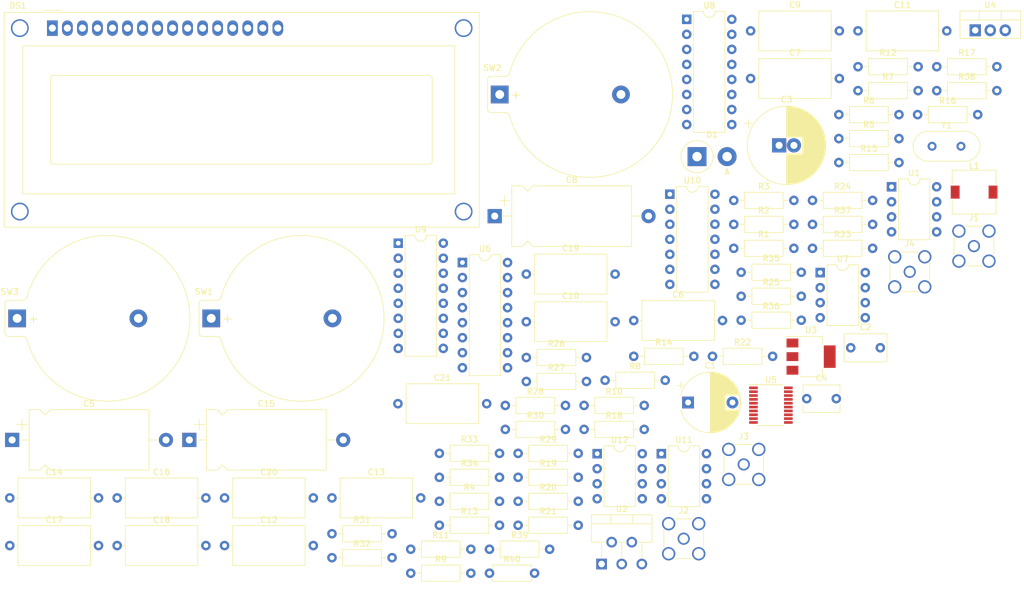
<source format=kicad_pcb>
(kicad_pcb (version 20171130) (host pcbnew 5.1.4-5.1.4)
  (layers (0 F.Cu signal) (31 B.Cu signal) (34 B.Paste user) (35 F.Paste user) (36 B.SilkS user) (37 F.SilkS user) (38 B.Mask user) (39 F.Mask user) (44 Edge.Cuts user))
  (net 0 "")
  (net 1 +9V)
  (net 2 GND)
  (net 3 -5V)
  (net 4 +5V)
  (net 5 +3V3)
  (net 6 "Net-(C11-Pad1)")
  (net 7 "Net-(C12-Pad1)")
  (net 8 "Net-(C13-Pad1)")
  (net 9 "Net-(C14-Pad1)")
  (net 10 SPWM)
  (net 11 "Net-(C15-Pad2)")
  (net 12 ADC2)
  (net 13 "Net-(C17-Pad1)")
  (net 14 ADC1)
  (net 15 "Net-(C19-Pad1)")
  (net 16 "Net-(C20-Pad1)")
  (net 17 "Net-(C20-Pad2)")
  (net 18 "Net-(C21-Pad1)")
  (net 19 "Net-(D1-Pad1)")
  (net 20 "Net-(DS1-Pad3)")
  (net 21 "Net-(DS1-Pad4)")
  (net 22 "Net-(DS1-Pad6)")
  (net 23 "Net-(DS1-Pad7)")
  (net 24 "Net-(DS1-Pad8)")
  (net 25 "Net-(DS1-Pad9)")
  (net 26 "Net-(DS1-Pad10)")
  (net 27 "Net-(DS1-Pad11)")
  (net 28 "Net-(DS1-Pad12)")
  (net 29 "Net-(DS1-Pad13)")
  (net 30 "Net-(DS1-Pad14)")
  (net 31 "Net-(DS1-Pad16)")
  (net 32 "Net-(J1-Pad2)")
  (net 33 "Net-(J2-Pad2)")
  (net 34 "Net-(J3-Pad2)")
  (net 35 "Net-(J4-Pad2)")
  (net 36 "Net-(R1-Pad2)")
  (net 37 "Net-(R6-Pad1)")
  (net 38 "Net-(R7-Pad1)")
  (net 39 "Net-(R8-Pad1)")
  (net 40 "Net-(R9-Pad1)")
  (net 41 PA9)
  (net 42 PA6)
  (net 43 "Net-(R14-Pad1)")
  (net 44 PA5)
  (net 45 PA7)
  (net 46 PA3)
  (net 47 "Net-(R19-Pad1)")
  (net 48 "Net-(R19-Pad2)")
  (net 49 "Net-(R20-Pad2)")
  (net 50 "Net-(R20-Pad1)")
  (net 51 "Net-(R21-Pad1)")
  (net 52 "Net-(R21-Pad2)")
  (net 53 "Net-(R25-Pad1)")
  (net 54 "Net-(R26-Pad1)")
  (net 55 "Net-(R28-Pad2)")
  (net 56 "Net-(R32-Pad1)")
  (net 57 "Net-(R32-Pad2)")
  (net 58 "Net-(R33-Pad1)")
  (net 59 "Net-(R34-Pad1)")
  (net 60 "Net-(R34-Pad2)")
  (net 61 "Net-(SW1-Pad2)")
  (net 62 "Net-(SW2-Pad1)")
  (net 63 "Net-(SW3-Pad1)")
  (net 64 +3.3)
  (net 65 CLK)
  (net 66 DIO)
  (net 67 "Net-(U6-Pad13)")
  (net 68 "Net-(U11-Pad1)")
  (net 69 liang_cheng1)
  (net 70 liang_cheng)
  (net 71 "Net-(U10-Pad3)")
  (net 72 "Net-(U10-Pad5)")
  (net 73 "Net-(U10-Pad12)")
  (net 74 "Net-(U9-Pad9)")
  (module Capacitor_THT:CP_Radial_D10.0mm_P7.50mm (layer F.Cu) (at 505.599647 -646.652999)
    (fp_text reference C1 (at 3.75 -6.25) (layer F.SilkS))
    (fp_text value 100uF)
    (pad 1 thru_hole rect (at 0 0) (size 2 2) (drill 1) (layers *.Cu *.Mask) (net 1 +9V))
    (pad 2 thru_hole circle (at 7.5 0) (size 2 2) (drill 1) (layers *.Cu *.Mask) (net 2 GND))
  )
  (module Capacitor_THT:C_Rect_L7.0mm_W4.5mm_P5.00mm (layer F.Cu) (at 533.085001 -655.902999)
    (fp_text reference C2 (at 2.5 -3.5) (layer F.SilkS))
    (fp_text value 104)
    (pad 1 thru_hole circle (at 0 0) (size 1.6 1.6) (drill 0.8) (layers *.Cu *.Mask) (net 1 +9V))
    (pad 2 thru_hole circle (at 5 0) (size 1.6 1.6) (drill 0.8) (layers *.Cu *.Mask) (net 2 GND))
  )
  (module Capacitor_THT:CP_Radial_D13.0mm_P2.50mm (layer F.Cu) (at 520.98457 -690.102999)
    (fp_text reference C3 (at 1.25 -7.75) (layer F.SilkS))
    (fp_text value 1000uF)
    (pad 1 thru_hole rect (at 0 0) (size 2.4 2.4) (drill 1.2) (layers *.Cu *.Mask) (net 2 GND))
    (pad 2 thru_hole circle (at 2.5 0) (size 2.4 2.4) (drill 1.2) (layers *.Cu *.Mask) (net 3 -5V))
  )
  (module Capacitor_THT:C_Disc_D6.0mm_W4.4mm_P5.00mm (layer F.Cu) (at 525.645001 -647.302999)
    (fp_text reference C4 (at 2.5 -3.45) (layer F.SilkS))
    (fp_text value 104)
    (pad 1 thru_hole circle (at 0 0) (size 1.6 1.6) (drill 0.8) (layers *.Cu *.Mask) (net 2 GND))
    (pad 2 thru_hole circle (at 5 0) (size 1.6 1.6) (drill 0.8) (layers *.Cu *.Mask) (net 3 -5V))
  )
  (module Capacitor_THT:CP_Axial_L20.0mm_D10.0mm_P26.00mm_Horizontal (layer F.Cu) (at 391.365001 -640.322999)
    (fp_text reference C5 (at 13 -6.12) (layer F.SilkS))
    (fp_text value 100uF)
    (pad 1 thru_hole rect (at 0 0) (size 2.4 2.4) (drill 1.2) (layers *.Cu *.Mask) (net 1 +9V))
    (pad 2 thru_hole oval (at 26 0) (size 2.4 2.4) (drill 1.2) (layers *.Cu *.Mask) (net 2 GND))
  )
  (module Capacitor_THT:C_Axial_L12.0mm_D6.5mm_P15.00mm_Horizontal (layer F.Cu) (at 496.415001 -660.502999)
    (fp_text reference C6 (at 7.5 -4.37) (layer F.SilkS))
    (fp_text value 104)
    (pad 2 thru_hole oval (at 15 0) (size 1.6 1.6) (drill 0.8) (layers *.Cu *.Mask) (net 1 +9V))
    (pad 1 thru_hole circle (at 0 0) (size 1.6 1.6) (drill 0.8) (layers *.Cu *.Mask) (net 2 GND))
  )
  (module Capacitor_THT:C_Axial_L12.0mm_D6.5mm_P15.00mm_Horizontal (layer F.Cu) (at 516.165001 -701.402999)
    (fp_text reference C7 (at 7.5 -4.37) (layer F.SilkS))
    (fp_text value 104)
    (pad 2 thru_hole oval (at 15 0) (size 1.6 1.6) (drill 0.8) (layers *.Cu *.Mask) (net 2 GND))
    (pad 1 thru_hole circle (at 0 0) (size 1.6 1.6) (drill 0.8) (layers *.Cu *.Mask) (net 4 +5V))
  )
  (module Capacitor_THT:CP_Axial_L20.0mm_D10.0mm_P26.00mm_Horizontal (layer F.Cu) (at 472.915001 -678.152999)
    (fp_text reference C8 (at 13 -6.12) (layer F.SilkS))
    (fp_text value 100uF)
    (pad 2 thru_hole oval (at 26 0) (size 2.4 2.4) (drill 1.2) (layers *.Cu *.Mask) (net 2 GND))
    (pad 1 thru_hole rect (at 0 0) (size 2.4 2.4) (drill 1.2) (layers *.Cu *.Mask) (net 4 +5V))
  )
  (module Capacitor_THT:C_Axial_L12.0mm_D6.5mm_P15.00mm_Horizontal (layer F.Cu) (at 516.165001 -709.452999)
    (fp_text reference C9 (at 7.5 -4.37) (layer F.SilkS))
    (fp_text value 104)
    (pad 1 thru_hole circle (at 0 0) (size 1.6 1.6) (drill 0.8) (layers *.Cu *.Mask) (net 5 +3V3))
    (pad 2 thru_hole oval (at 15 0) (size 1.6 1.6) (drill 0.8) (layers *.Cu *.Mask) (net 2 GND))
  )
  (module Capacitor_THT:C_Axial_L12.0mm_D6.5mm_P15.00mm_Horizontal (layer F.Cu) (at 478.265001 -660.302999)
    (fp_text reference C10 (at 7.5 -4.37) (layer F.SilkS))
    (fp_text value 106)
    (pad 2 thru_hole oval (at 15 0) (size 1.6 1.6) (drill 0.8) (layers *.Cu *.Mask) (net 2 GND))
    (pad 1 thru_hole circle (at 0 0) (size 1.6 1.6) (drill 0.8) (layers *.Cu *.Mask) (net 5 +3V3))
  )
  (module Capacitor_THT:C_Axial_L12.0mm_D6.5mm_P15.00mm_Horizontal (layer F.Cu) (at 534.315001 -709.452999)
    (fp_text reference C11 (at 7.5 -4.37) (layer F.SilkS))
    (fp_text value 101)
    (pad 2 thru_hole oval (at 15 0) (size 1.6 1.6) (drill 0.8) (layers *.Cu *.Mask) (net 2 GND))
    (pad 1 thru_hole circle (at 0 0) (size 1.6 1.6) (drill 0.8) (layers *.Cu *.Mask) (net 6 "Net-(C11-Pad1)"))
  )
  (module Capacitor_THT:C_Axial_L12.0mm_D6.5mm_P15.00mm_Horizontal (layer F.Cu) (at 427.265001 -622.472999)
    (fp_text reference C12 (at 7.5 -4.37) (layer F.SilkS))
    (fp_text value 101)
    (pad 1 thru_hole circle (at 0 0) (size 1.6 1.6) (drill 0.8) (layers *.Cu *.Mask) (net 7 "Net-(C12-Pad1)"))
    (pad 2 thru_hole oval (at 15 0) (size 1.6 1.6) (drill 0.8) (layers *.Cu *.Mask) (net 2 GND))
  )
  (module Capacitor_THT:C_Axial_L12.0mm_D6.5mm_P15.00mm_Horizontal (layer F.Cu) (at 445.415001 -630.522999)
    (fp_text reference C13 (at 7.5 -4.37) (layer F.SilkS))
    (fp_text value 22P)
    (pad 1 thru_hole circle (at 0 0) (size 1.6 1.6) (drill 0.8) (layers *.Cu *.Mask) (net 8 "Net-(C13-Pad1)"))
    (pad 2 thru_hole oval (at 15 0) (size 1.6 1.6) (drill 0.8) (layers *.Cu *.Mask) (net 2 GND))
  )
  (module Capacitor_THT:C_Axial_L12.0mm_D6.5mm_P15.00mm_Horizontal (layer F.Cu) (at 390.965001 -630.522999)
    (fp_text reference C14 (at 7.5 -4.37) (layer F.SilkS))
    (fp_text value 22p)
    (pad 2 thru_hole oval (at 15 0) (size 1.6 1.6) (drill 0.8) (layers *.Cu *.Mask) (net 2 GND))
    (pad 1 thru_hole circle (at 0 0) (size 1.6 1.6) (drill 0.8) (layers *.Cu *.Mask) (net 9 "Net-(C14-Pad1)"))
  )
  (module Capacitor_THT:CP_Axial_L20.0mm_D10.0mm_P26.00mm_Horizontal (layer F.Cu) (at 421.315001 -640.322999)
    (fp_text reference C15 (at 13 -6.12) (layer F.SilkS))
    (fp_text value 4.7uF)
    (pad 1 thru_hole rect (at 0 0) (size 2.4 2.4) (drill 1.2) (layers *.Cu *.Mask) (net 10 SPWM))
    (pad 2 thru_hole oval (at 26 0) (size 2.4 2.4) (drill 1.2) (layers *.Cu *.Mask) (net 11 "Net-(C15-Pad2)"))
  )
  (module Capacitor_THT:C_Axial_L12.0mm_D6.5mm_P15.00mm_Horizontal (layer F.Cu) (at 409.115001 -630.522999)
    (fp_text reference C16 (at 7.5 -4.37) (layer F.SilkS))
    (fp_text value 103)
    (pad 2 thru_hole oval (at 15 0) (size 1.6 1.6) (drill 0.8) (layers *.Cu *.Mask) (net 2 GND))
    (pad 1 thru_hole circle (at 0 0) (size 1.6 1.6) (drill 0.8) (layers *.Cu *.Mask) (net 12 ADC2))
  )
  (module Capacitor_THT:C_Axial_L12.0mm_D6.5mm_P15.00mm_Horizontal (layer F.Cu) (at 390.965001 -622.472999)
    (fp_text reference C17 (at 7.5 -4.37) (layer F.SilkS))
    (fp_text value 104)
    (pad 1 thru_hole circle (at 0 0) (size 1.6 1.6) (drill 0.8) (layers *.Cu *.Mask) (net 13 "Net-(C17-Pad1)"))
    (pad 2 thru_hole oval (at 15 0) (size 1.6 1.6) (drill 0.8) (layers *.Cu *.Mask) (net 2 GND))
  )
  (module Capacitor_THT:C_Axial_L12.0mm_D6.5mm_P15.00mm_Horizontal (layer F.Cu) (at 409.115001 -622.472999)
    (fp_text reference C18 (at 7.5 -4.37) (layer F.SilkS))
    (fp_text value 103)
    (pad 1 thru_hole circle (at 0 0) (size 1.6 1.6) (drill 0.8) (layers *.Cu *.Mask) (net 14 ADC1))
    (pad 2 thru_hole oval (at 15 0) (size 1.6 1.6) (drill 0.8) (layers *.Cu *.Mask) (net 2 GND))
  )
  (module Capacitor_THT:C_Axial_L12.0mm_D6.5mm_P15.00mm_Horizontal (layer F.Cu) (at 478.265001 -668.352999)
    (fp_text reference C19 (at 7.5 -4.37) (layer F.SilkS))
    (fp_text value 68)
    (pad 2 thru_hole oval (at 15 0) (size 1.6 1.6) (drill 0.8) (layers *.Cu *.Mask) (net 2 GND))
    (pad 1 thru_hole circle (at 0 0) (size 1.6 1.6) (drill 0.8) (layers *.Cu *.Mask) (net 15 "Net-(C19-Pad1)"))
  )
  (module Capacitor_THT:C_Axial_L12.0mm_D6.5mm_P15.00mm_Horizontal (layer F.Cu) (at 427.265001 -630.522999)
    (fp_text reference C20 (at 7.5 -4.37) (layer F.SilkS))
    (fp_text value 331)
    (pad 1 thru_hole circle (at 0 0) (size 1.6 1.6) (drill 0.8) (layers *.Cu *.Mask) (net 16 "Net-(C20-Pad1)"))
    (pad 2 thru_hole oval (at 15 0) (size 1.6 1.6) (drill 0.8) (layers *.Cu *.Mask) (net 17 "Net-(C20-Pad2)"))
  )
  (module Capacitor_THT:C_Axial_L12.0mm_D6.5mm_P15.00mm_Horizontal (layer F.Cu) (at 456.565001 -646.452999)
    (fp_text reference C21 (at 7.5 -4.37) (layer F.SilkS))
    (fp_text value 101)
    (pad 1 thru_hole circle (at 0 0) (size 1.6 1.6) (drill 0.8) (layers *.Cu *.Mask) (net 18 "Net-(C21-Pad1)"))
    (pad 2 thru_hole oval (at 15 0) (size 1.6 1.6) (drill 0.8) (layers *.Cu *.Mask) (net 2 GND))
  )
  (module Diode_THT:D_DO-201AD_P5.08mm_Vertical_AnodeUp (layer F.Cu) (at 507.115001 -688.202999)
    (fp_text reference D1 (at 2.54 -3.72) (layer F.SilkS))
    (fp_text value 1N5822)
    (fp_text user A (at 5.08 2.6) (layer F.SilkS))
    (pad 1 thru_hole rect (at 0 0) (size 3.2 3.2) (drill 1.6) (layers *.Cu *.Mask) (net 19 "Net-(D1-Pad1)"))
    (pad 2 thru_hole oval (at 5.08 0) (size 3.2 3.2) (drill 1.6) (layers *.Cu *.Mask) (net 3 -5V))
  )
  (module Display:WC1602A (layer F.Cu) (at 398.165001 -709.917999)
    (fp_text reference DS1 (at -5.82 -3.81) (layer F.SilkS))
    (fp_text value WC1602A)
    (pad 1 thru_hole rect (at 0 0) (size 1.8 2.6) (drill 1.2) (layers *.Cu *.Mask) (net 2 GND))
    (pad 2 thru_hole oval (at 2.54 0) (size 1.8 2.6) (drill 1.2) (layers *.Cu *.Mask) (net 4 +5V))
    (pad 3 thru_hole oval (at 5.08 0) (size 1.8 2.6) (drill 1.2) (layers *.Cu *.Mask) (net 20 "Net-(DS1-Pad3)"))
    (pad 4 thru_hole oval (at 7.62 0) (size 1.8 2.6) (drill 1.2) (layers *.Cu *.Mask) (net 21 "Net-(DS1-Pad4)"))
    (pad 5 thru_hole oval (at 10.16 0) (size 1.8 2.6) (drill 1.2) (layers *.Cu *.Mask) (net 2 GND))
    (pad 6 thru_hole oval (at 12.7 0) (size 1.8 2.6) (drill 1.2) (layers *.Cu *.Mask) (net 22 "Net-(DS1-Pad6)"))
    (pad 7 thru_hole oval (at 15.24 0) (size 1.8 2.6) (drill 1.2) (layers *.Cu *.Mask) (net 23 "Net-(DS1-Pad7)"))
    (pad 8 thru_hole oval (at 17.78 0) (size 1.8 2.6) (drill 1.2) (layers *.Cu *.Mask) (net 24 "Net-(DS1-Pad8)"))
    (pad 9 thru_hole oval (at 20.32 0) (size 1.8 2.6) (drill 1.2) (layers *.Cu *.Mask) (net 25 "Net-(DS1-Pad9)"))
    (pad 10 thru_hole oval (at 22.86 0) (size 1.8 2.6) (drill 1.2) (layers *.Cu *.Mask) (net 26 "Net-(DS1-Pad10)"))
    (pad 11 thru_hole oval (at 25.4 0) (size 1.8 2.6) (drill 1.2) (layers *.Cu *.Mask) (net 27 "Net-(DS1-Pad11)"))
    (pad 12 thru_hole oval (at 27.94 0) (size 1.8 2.6) (drill 1.2) (layers *.Cu *.Mask) (net 28 "Net-(DS1-Pad12)"))
    (pad 13 thru_hole oval (at 30.48 0) (size 1.8 2.6) (drill 1.2) (layers *.Cu *.Mask) (net 29 "Net-(DS1-Pad13)"))
    (pad 14 thru_hole oval (at 33.02 0) (size 1.8 2.6) (drill 1.2) (layers *.Cu *.Mask) (net 30 "Net-(DS1-Pad14)"))
    (pad 15 thru_hole oval (at 35.56 0) (size 1.8 2.6) (drill 1.2) (layers *.Cu *.Mask) (net 4 +5V))
    (pad 16 thru_hole oval (at 38.1 0) (size 1.8 2.6) (drill 1.2) (layers *.Cu *.Mask) (net 31 "Net-(DS1-Pad16)"))
    (pad "" thru_hole circle (at -5.4991 0) (size 3 3) (drill 2.5) (layers *.Cu *.Mask))
    (pad "" thru_hole circle (at -5.4991 31.0007) (size 3 3) (drill 2.5) (layers *.Cu *.Mask))
    (pad "" thru_hole circle (at 69.49948 31.0007) (size 3 3) (drill 2.5) (layers *.Cu *.Mask))
    (pad "" thru_hole circle (at 69.5 0) (size 3 3) (drill 2.5) (layers *.Cu *.Mask))
  )
  (module Connector_Coaxial:SMA_Amphenol_901-144_Vertical (layer F.Cu) (at 553.905001 -673.082999)
    (fp_text reference J1 (at 0 -4.75) (layer F.SilkS))
    (fp_text value Conn_Coaxial)
    (pad 2 thru_hole circle (at -2.54 2.54) (size 2.25 2.25) (drill 1.7) (layers *.Cu *.Mask) (net 32 "Net-(J1-Pad2)"))
    (pad 2 thru_hole circle (at -2.54 -2.54) (size 2.25 2.25) (drill 1.7) (layers *.Cu *.Mask) (net 32 "Net-(J1-Pad2)"))
    (pad 2 thru_hole circle (at 2.54 -2.54) (size 2.25 2.25) (drill 1.7) (layers *.Cu *.Mask) (net 32 "Net-(J1-Pad2)"))
    (pad 2 thru_hole circle (at 2.54 2.54) (size 2.25 2.25) (drill 1.7) (layers *.Cu *.Mask) (net 32 "Net-(J1-Pad2)"))
    (pad 1 thru_hole circle (at 0 0) (size 2.05 2.05) (drill 1.5) (layers *.Cu *.Mask) (net 2 GND))
  )
  (module Connector_Coaxial:SMA_Amphenol_901-144_Vertical (layer F.Cu) (at 504.855001 -623.632999)
    (fp_text reference J2 (at 0 -4.75) (layer F.SilkS))
    (fp_text value Conn_Coaxial)
    (pad 1 thru_hole circle (at 0 0) (size 2.05 2.05) (drill 1.5) (layers *.Cu *.Mask) (net 2 GND))
    (pad 2 thru_hole circle (at 2.54 2.54) (size 2.25 2.25) (drill 1.7) (layers *.Cu *.Mask) (net 33 "Net-(J2-Pad2)"))
    (pad 2 thru_hole circle (at 2.54 -2.54) (size 2.25 2.25) (drill 1.7) (layers *.Cu *.Mask) (net 33 "Net-(J2-Pad2)"))
    (pad 2 thru_hole circle (at -2.54 -2.54) (size 2.25 2.25) (drill 1.7) (layers *.Cu *.Mask) (net 33 "Net-(J2-Pad2)"))
    (pad 2 thru_hole circle (at -2.54 2.54) (size 2.25 2.25) (drill 1.7) (layers *.Cu *.Mask) (net 33 "Net-(J2-Pad2)"))
  )
  (module Connector_Coaxial:SMA_Amphenol_901-144_Vertical (layer F.Cu) (at 515.005001 -636.182999)
    (fp_text reference J3 (at 0 -4.75) (layer F.SilkS))
    (fp_text value Conn_Coaxial)
    (pad 2 thru_hole circle (at -2.54 2.54) (size 2.25 2.25) (drill 1.7) (layers *.Cu *.Mask) (net 34 "Net-(J3-Pad2)"))
    (pad 2 thru_hole circle (at -2.54 -2.54) (size 2.25 2.25) (drill 1.7) (layers *.Cu *.Mask) (net 34 "Net-(J3-Pad2)"))
    (pad 2 thru_hole circle (at 2.54 -2.54) (size 2.25 2.25) (drill 1.7) (layers *.Cu *.Mask) (net 34 "Net-(J3-Pad2)"))
    (pad 2 thru_hole circle (at 2.54 2.54) (size 2.25 2.25) (drill 1.7) (layers *.Cu *.Mask) (net 34 "Net-(J3-Pad2)"))
    (pad 1 thru_hole circle (at 0 0) (size 2.05 2.05) (drill 1.5) (layers *.Cu *.Mask) (net 2 GND))
  )
  (module Connector_Coaxial:SMA_Amphenol_901-144_Vertical (layer F.Cu) (at 543.055001 -668.732999)
    (fp_text reference J4 (at 0 -4.75) (layer F.SilkS))
    (fp_text value Conn_Coaxial)
    (pad 1 thru_hole circle (at 0 0) (size 2.05 2.05) (drill 1.5) (layers *.Cu *.Mask) (net 2 GND))
    (pad 2 thru_hole circle (at 2.54 2.54) (size 2.25 2.25) (drill 1.7) (layers *.Cu *.Mask) (net 35 "Net-(J4-Pad2)"))
    (pad 2 thru_hole circle (at 2.54 -2.54) (size 2.25 2.25) (drill 1.7) (layers *.Cu *.Mask) (net 35 "Net-(J4-Pad2)"))
    (pad 2 thru_hole circle (at -2.54 -2.54) (size 2.25 2.25) (drill 1.7) (layers *.Cu *.Mask) (net 35 "Net-(J4-Pad2)"))
    (pad 2 thru_hole circle (at -2.54 2.54) (size 2.25 2.25) (drill 1.7) (layers *.Cu *.Mask) (net 35 "Net-(J4-Pad2)"))
  )
  (module Inductor_SMD:L_7.3x7.3_H3.5 (layer F.Cu) (at 553.935001 -682.202999)
    (fp_text reference L1 (at 0 -4.45) (layer F.SilkS))
    (fp_text value 100uH)
    (pad 1 smd rect (at -3.2 0) (size 1.5 2.2) (layers F.Cu F.Paste F.Mask) (net 2 GND))
    (pad 2 smd rect (at 3.2 0) (size 1.5 2.2) (layers F.Cu F.Paste F.Mask) (net 19 "Net-(D1-Pad1)"))
  )
  (module Resistor_THT:R_Axial_DIN0207_L6.3mm_D2.5mm_P10.16mm_Horizontal (layer F.Cu) (at 513.315001 -672.702999)
    (fp_text reference R1 (at 5.08 -2.37) (layer F.SilkS))
    (fp_text value 1K)
    (pad 2 thru_hole oval (at 10.16 0) (size 1.6 1.6) (drill 0.8) (layers *.Cu *.Mask) (net 36 "Net-(R1-Pad2)"))
    (pad 1 thru_hole circle (at 0 0) (size 1.6 1.6) (drill 0.8) (layers *.Cu *.Mask) (net 2 GND))
  )
  (module Resistor_THT:R_Axial_DIN0207_L6.3mm_D2.5mm_P10.16mm_Horizontal (layer F.Cu) (at 513.315001 -676.752999)
    (fp_text reference R2 (at 5.08 -2.37) (layer F.SilkS))
    (fp_text value 333)
    (pad 2 thru_hole oval (at 10.16 0) (size 1.6 1.6) (drill 0.8) (layers *.Cu *.Mask) (net 3 -5V))
    (pad 1 thru_hole circle (at 0 0) (size 1.6 1.6) (drill 0.8) (layers *.Cu *.Mask) (net 36 "Net-(R1-Pad2)"))
  )
  (module Resistor_THT:R_Axial_DIN0207_L6.3mm_D2.5mm_P10.16mm_Horizontal (layer F.Cu) (at 513.315001 -680.802999)
    (fp_text reference R3 (at 5.08 -2.37) (layer F.SilkS))
    (fp_text value 200)
    (pad 1 thru_hole circle (at 0 0) (size 1.6 1.6) (drill 0.8) (layers *.Cu *.Mask) (net 16 "Net-(C20-Pad1)"))
    (pad 2 thru_hole oval (at 10.16 0) (size 1.6 1.6) (drill 0.8) (layers *.Cu *.Mask) (net 32 "Net-(J1-Pad2)"))
  )
  (module Resistor_THT:R_Axial_DIN0207_L6.3mm_D2.5mm_P10.16mm_Horizontal (layer F.Cu) (at 463.565001 -629.952999)
    (fp_text reference R4 (at 5.08 -2.37) (layer F.SilkS))
    (fp_text value 100)
    (pad 2 thru_hole oval (at 10.16 0) (size 1.6 1.6) (drill 0.8) (layers *.Cu *.Mask) (net 33 "Net-(J2-Pad2)"))
    (pad 1 thru_hole circle (at 0 0) (size 1.6 1.6) (drill 0.8) (layers *.Cu *.Mask) (net 32 "Net-(J1-Pad2)"))
  )
  (module Resistor_THT:R_Axial_DIN0207_L6.3mm_D2.5mm_P10.16mm_Horizontal (layer F.Cu) (at 531.075001 -691.252999)
    (fp_text reference R5 (at 5.08 -2.37) (layer F.SilkS))
    (fp_text value 100)
    (pad 1 thru_hole circle (at 0 0) (size 1.6 1.6) (drill 0.8) (layers *.Cu *.Mask) (net 34 "Net-(J3-Pad2)"))
    (pad 2 thru_hole oval (at 10.16 0) (size 1.6 1.6) (drill 0.8) (layers *.Cu *.Mask) (net 35 "Net-(J4-Pad2)"))
  )
  (module Resistor_THT:R_Axial_DIN0207_L6.3mm_D2.5mm_P10.16mm_Horizontal (layer F.Cu) (at 531.075001 -695.302999)
    (fp_text reference R6 (at 5.08 -2.37) (layer F.SilkS))
    (fp_text value 100)
    (pad 2 thru_hole oval (at 10.16 0) (size 1.6 1.6) (drill 0.8) (layers *.Cu *.Mask) (net 35 "Net-(J4-Pad2)"))
    (pad 1 thru_hole circle (at 0 0) (size 1.6 1.6) (drill 0.8) (layers *.Cu *.Mask) (net 37 "Net-(R6-Pad1)"))
  )
  (module Resistor_THT:R_Axial_DIN0207_L6.3mm_D2.5mm_P10.16mm_Horizontal (layer F.Cu) (at 534.315001 -699.352999)
    (fp_text reference R7 (at 5.08 -2.37) (layer F.SilkS))
    (fp_text value 1K)
    (pad 1 thru_hole circle (at 0 0) (size 1.6 1.6) (drill 0.8) (layers *.Cu *.Mask) (net 38 "Net-(R7-Pad1)"))
    (pad 2 thru_hole oval (at 10.16 0) (size 1.6 1.6) (drill 0.8) (layers *.Cu *.Mask) (net 35 "Net-(J4-Pad2)"))
  )
  (module Resistor_THT:R_Axial_DIN0207_L6.3mm_D2.5mm_P10.16mm_Horizontal (layer F.Cu) (at 491.575001 -650.402999)
    (fp_text reference R8 (at 5.08 -2.37) (layer F.SilkS))
    (fp_text value 10K)
    (pad 2 thru_hole oval (at 10.16 0) (size 1.6 1.6) (drill 0.8) (layers *.Cu *.Mask) (net 35 "Net-(J4-Pad2)"))
    (pad 1 thru_hole circle (at 0 0) (size 1.6 1.6) (drill 0.8) (layers *.Cu *.Mask) (net 39 "Net-(R8-Pad1)"))
  )
  (module Resistor_THT:R_Axial_DIN0207_L6.3mm_D2.5mm_P10.16mm_Horizontal (layer F.Cu) (at 458.725001 -617.802999)
    (fp_text reference R9 (at 5.08 -2.37) (layer F.SilkS))
    (fp_text value 100K)
    (pad 1 thru_hole circle (at 0 0) (size 1.6 1.6) (drill 0.8) (layers *.Cu *.Mask) (net 40 "Net-(R9-Pad1)"))
    (pad 2 thru_hole oval (at 10.16 0) (size 1.6 1.6) (drill 0.8) (layers *.Cu *.Mask) (net 35 "Net-(J4-Pad2)"))
  )
  (module Resistor_THT:R_Axial_DIN0207_L6.3mm_D2.5mm_P10.16mm_Horizontal (layer F.Cu) (at 488.025001 -646.152999)
    (fp_text reference R10 (at 5.08 -2.37) (layer F.SilkS))
    (fp_text value 10K)
    (pad 2 thru_hole oval (at 10.16 0) (size 1.6 1.6) (drill 0.8) (layers *.Cu *.Mask) (net 4 +5V))
    (pad 1 thru_hole circle (at 0 0) (size 1.6 1.6) (drill 0.8) (layers *.Cu *.Mask) (net 41 PA9))
  )
  (module Resistor_THT:R_Axial_DIN0207_L6.3mm_D2.5mm_P10.16mm_Horizontal (layer F.Cu) (at 458.725001 -621.852999)
    (fp_text reference R11 (at 5.08 -2.37) (layer F.SilkS))
    (fp_text value 10K)
    (pad 1 thru_hole circle (at 0 0) (size 1.6 1.6) (drill 0.8) (layers *.Cu *.Mask) (net 7 "Net-(C12-Pad1)"))
    (pad 2 thru_hole oval (at 10.16 0) (size 1.6 1.6) (drill 0.8) (layers *.Cu *.Mask) (net 6 "Net-(C11-Pad1)"))
  )
  (module Resistor_THT:R_Axial_DIN0207_L6.3mm_D2.5mm_P10.16mm_Horizontal (layer F.Cu) (at 534.315001 -703.402999)
    (fp_text reference R12 (at 5.08 -2.37) (layer F.SilkS))
    (fp_text value 10K)
    (pad 2 thru_hole oval (at 10.16 0) (size 1.6 1.6) (drill 0.8) (layers *.Cu *.Mask) (net 42 PA6))
    (pad 1 thru_hole circle (at 0 0) (size 1.6 1.6) (drill 0.8) (layers *.Cu *.Mask) (net 4 +5V))
  )
  (module Resistor_THT:R_Axial_DIN0207_L6.3mm_D2.5mm_P10.16mm_Horizontal (layer F.Cu) (at 463.565001 -625.902999)
    (fp_text reference R13 (at 5.08 -2.37) (layer F.SilkS))
    (fp_text value 10K)
    (pad 1 thru_hole circle (at 0 0) (size 1.6 1.6) (drill 0.8) (layers *.Cu *.Mask) (net 18 "Net-(C21-Pad1)"))
    (pad 2 thru_hole oval (at 10.16 0) (size 1.6 1.6) (drill 0.8) (layers *.Cu *.Mask) (net 7 "Net-(C12-Pad1)"))
  )
  (module Resistor_THT:R_Axial_DIN0207_L6.3mm_D2.5mm_P10.16mm_Horizontal (layer F.Cu) (at 496.415001 -654.452999)
    (fp_text reference R14 (at 5.08 -2.37) (layer F.SilkS))
    (fp_text value 10K)
    (pad 1 thru_hole circle (at 0 0) (size 1.6 1.6) (drill 0.8) (layers *.Cu *.Mask) (net 43 "Net-(R14-Pad1)"))
    (pad 2 thru_hole oval (at 10.16 0) (size 1.6 1.6) (drill 0.8) (layers *.Cu *.Mask) (net 2 GND))
  )
  (module Resistor_THT:R_Axial_DIN0207_L6.3mm_D2.5mm_P10.16mm_Horizontal (layer F.Cu) (at 531.075001 -687.202999)
    (fp_text reference R15 (at 5.08 -2.37) (layer F.SilkS))
    (fp_text value 10K)
    (pad 1 thru_hole circle (at 0 0) (size 1.6 1.6) (drill 0.8) (layers *.Cu *.Mask) (net 4 +5V))
    (pad 2 thru_hole oval (at 10.16 0) (size 1.6 1.6) (drill 0.8) (layers *.Cu *.Mask) (net 44 PA5))
  )
  (module Resistor_THT:R_Axial_DIN0207_L6.3mm_D2.5mm_P10.16mm_Horizontal (layer F.Cu) (at 544.385001 -695.302999)
    (fp_text reference R16 (at 5.08 -2.37) (layer F.SilkS))
    (fp_text value 100K)
    (pad 1 thru_hole circle (at 0 0) (size 1.6 1.6) (drill 0.8) (layers *.Cu *.Mask) (net 11 "Net-(C15-Pad2)"))
    (pad 2 thru_hole oval (at 10.16 0) (size 1.6 1.6) (drill 0.8) (layers *.Cu *.Mask) (net 2 GND))
  )
  (module Resistor_THT:R_Axial_DIN0207_L6.3mm_D2.5mm_P10.16mm_Horizontal (layer F.Cu) (at 547.625001 -703.402999)
    (fp_text reference R17 (at 5.08 -2.37) (layer F.SilkS))
    (fp_text value 10K)
    (pad 2 thru_hole oval (at 10.16 0) (size 1.6 1.6) (drill 0.8) (layers *.Cu *.Mask) (net 45 PA7))
    (pad 1 thru_hole circle (at 0 0) (size 1.6 1.6) (drill 0.8) (layers *.Cu *.Mask) (net 4 +5V))
  )
  (module Resistor_THT:R_Axial_DIN0207_L6.3mm_D2.5mm_P10.16mm_Horizontal (layer F.Cu) (at 488.025001 -642.102999)
    (fp_text reference R18 (at 5.08 -2.37) (layer F.SilkS))
    (fp_text value 10K)
    (pad 1 thru_hole circle (at 0 0) (size 1.6 1.6) (drill 0.8) (layers *.Cu *.Mask) (net 46 PA3))
    (pad 2 thru_hole oval (at 10.16 0) (size 1.6 1.6) (drill 0.8) (layers *.Cu *.Mask) (net 4 +5V))
  )
  (module Resistor_THT:R_Axial_DIN0207_L6.3mm_D2.5mm_P10.16mm_Horizontal (layer F.Cu) (at 476.875001 -634.002999)
    (fp_text reference R19 (at 5.08 -2.37) (layer F.SilkS))
    (fp_text value 20K)
    (pad 1 thru_hole circle (at 0 0) (size 1.6 1.6) (drill 0.8) (layers *.Cu *.Mask) (net 47 "Net-(R19-Pad1)"))
    (pad 2 thru_hole oval (at 10.16 0) (size 1.6 1.6) (drill 0.8) (layers *.Cu *.Mask) (net 48 "Net-(R19-Pad2)"))
  )
  (module Resistor_THT:R_Axial_DIN0207_L6.3mm_D2.5mm_P10.16mm_Horizontal (layer F.Cu) (at 476.875001 -629.952999)
    (fp_text reference R20 (at 5.08 -2.37) (layer F.SilkS))
    (fp_text value 20K)
    (pad 2 thru_hole oval (at 10.16 0) (size 1.6 1.6) (drill 0.8) (layers *.Cu *.Mask) (net 49 "Net-(R20-Pad2)"))
    (pad 1 thru_hole circle (at 0 0) (size 1.6 1.6) (drill 0.8) (layers *.Cu *.Mask) (net 50 "Net-(R20-Pad1)"))
  )
  (module Resistor_THT:R_Axial_DIN0207_L6.3mm_D2.5mm_P10.16mm_Horizontal (layer F.Cu) (at 476.875001 -625.902999)
    (fp_text reference R21 (at 5.08 -2.37) (layer F.SilkS))
    (fp_text value 9K)
    (pad 1 thru_hole circle (at 0 0) (size 1.6 1.6) (drill 0.8) (layers *.Cu *.Mask) (net 51 "Net-(R21-Pad1)"))
    (pad 2 thru_hole oval (at 10.16 0) (size 1.6 1.6) (drill 0.8) (layers *.Cu *.Mask) (net 52 "Net-(R21-Pad2)"))
  )
  (module Resistor_THT:R_Axial_DIN0207_L6.3mm_D2.5mm_P10.16mm_Horizontal (layer F.Cu) (at 509.725001 -654.452999)
    (fp_text reference R22 (at 5.08 -2.37) (layer F.SilkS))
    (fp_text value 20K)
    (pad 1 thru_hole circle (at 0 0) (size 1.6 1.6) (drill 0.8) (layers *.Cu *.Mask) (net 2 GND))
    (pad 2 thru_hole oval (at 10.16 0) (size 1.6 1.6) (drill 0.8) (layers *.Cu *.Mask) (net 47 "Net-(R19-Pad1)"))
  )
  (module Resistor_THT:R_Axial_DIN0207_L6.3mm_D2.5mm_P10.16mm_Horizontal (layer F.Cu) (at 526.625001 -672.702999)
    (fp_text reference R23 (at 5.08 -2.37) (layer F.SilkS))
    (fp_text value 20K)
    (pad 1 thru_hole circle (at 0 0) (size 1.6 1.6) (drill 0.8) (layers *.Cu *.Mask) (net 51 "Net-(R21-Pad1)"))
    (pad 2 thru_hole oval (at 10.16 0) (size 1.6 1.6) (drill 0.8) (layers *.Cu *.Mask) (net 50 "Net-(R20-Pad1)"))
  )
  (module Resistor_THT:R_Axial_DIN0207_L6.3mm_D2.5mm_P10.16mm_Horizontal (layer F.Cu) (at 526.625001 -680.802999)
    (fp_text reference R24 (at 5.08 -2.37) (layer F.SilkS))
    (fp_text value 1K)
    (pad 2 thru_hole oval (at 10.16 0) (size 1.6 1.6) (drill 0.8) (layers *.Cu *.Mask) (net 2 GND))
    (pad 1 thru_hole circle (at 0 0) (size 1.6 1.6) (drill 0.8) (layers *.Cu *.Mask) (net 52 "Net-(R21-Pad2)"))
  )
  (module Resistor_THT:R_Axial_DIN0207_L6.3mm_D2.5mm_P10.16mm_Horizontal (layer F.Cu) (at 514.565001 -664.602999)
    (fp_text reference R25 (at 5.08 -2.37) (layer F.SilkS))
    (fp_text value 1K)
    (pad 2 thru_hole oval (at 10.16 0) (size 1.6 1.6) (drill 0.8) (layers *.Cu *.Mask) (net 2 GND))
    (pad 1 thru_hole circle (at 0 0) (size 1.6 1.6) (drill 0.8) (layers *.Cu *.Mask) (net 53 "Net-(R25-Pad1)"))
  )
  (module Resistor_THT:R_Axial_DIN0207_L6.3mm_D2.5mm_P10.16mm_Horizontal (layer F.Cu) (at 478.265001 -654.252999)
    (fp_text reference R26 (at 5.08 -2.37) (layer F.SilkS))
    (fp_text value 9K)
    (pad 1 thru_hole circle (at 0 0) (size 1.6 1.6) (drill 0.8) (layers *.Cu *.Mask) (net 54 "Net-(R26-Pad1)"))
    (pad 2 thru_hole oval (at 10.16 0) (size 1.6 1.6) (drill 0.8) (layers *.Cu *.Mask) (net 53 "Net-(R25-Pad1)"))
  )
  (module Resistor_THT:R_Axial_DIN0207_L6.3mm_D2.5mm_P10.16mm_Horizontal (layer F.Cu) (at 478.265001 -650.202999)
    (fp_text reference R27 (at 5.08 -2.37) (layer F.SilkS))
    (fp_text value 1K)
    (pad 2 thru_hole oval (at 10.16 0) (size 1.6 1.6) (drill 0.8) (layers *.Cu *.Mask) (net 2 GND))
    (pad 1 thru_hole circle (at 0 0) (size 1.6 1.6) (drill 0.8) (layers *.Cu *.Mask) (net 31 "Net-(DS1-Pad16)"))
  )
  (module Resistor_THT:R_Axial_DIN0207_L6.3mm_D2.5mm_P10.16mm_Horizontal (layer F.Cu) (at 474.715001 -646.152999)
    (fp_text reference R28 (at 5.08 -2.37) (layer F.SilkS))
    (fp_text value 100)
    (pad 2 thru_hole oval (at 10.16 0) (size 1.6 1.6) (drill 0.8) (layers *.Cu *.Mask) (net 55 "Net-(R28-Pad2)"))
    (pad 1 thru_hole circle (at 0 0) (size 1.6 1.6) (drill 0.8) (layers *.Cu *.Mask) (net 35 "Net-(J4-Pad2)"))
  )
  (module Resistor_THT:R_Axial_DIN0207_L6.3mm_D2.5mm_P10.16mm_Horizontal (layer F.Cu) (at 476.875001 -638.052999)
    (fp_text reference R29 (at 5.08 -2.37) (layer F.SilkS))
    (fp_text value 1K)
    (pad 1 thru_hole circle (at 0 0) (size 1.6 1.6) (drill 0.8) (layers *.Cu *.Mask) (net 20 "Net-(DS1-Pad3)"))
    (pad 2 thru_hole oval (at 10.16 0) (size 1.6 1.6) (drill 0.8) (layers *.Cu *.Mask) (net 2 GND))
  )
  (module Resistor_THT:R_Axial_DIN0207_L6.3mm_D2.5mm_P10.16mm_Horizontal (layer F.Cu) (at 474.715001 -642.102999)
    (fp_text reference R30 (at 5.08 -2.37) (layer F.SilkS))
    (fp_text value 20k)
    (pad 2 thru_hole oval (at 10.16 0) (size 1.6 1.6) (drill 0.8) (layers *.Cu *.Mask) (net 15 "Net-(C19-Pad1)"))
    (pad 1 thru_hole circle (at 0 0) (size 1.6 1.6) (drill 0.8) (layers *.Cu *.Mask) (net 17 "Net-(C20-Pad2)"))
  )
  (module Resistor_THT:R_Axial_DIN0207_L6.3mm_D2.5mm_P10.16mm_Horizontal (layer F.Cu) (at 445.415001 -624.472999)
    (fp_text reference R31 (at 5.08 -2.37) (layer F.SilkS))
    (fp_text value 100k)
    (pad 2 thru_hole oval (at 10.16 0) (size 1.6 1.6) (drill 0.8) (layers *.Cu *.Mask) (net 15 "Net-(C19-Pad1)"))
    (pad 1 thru_hole circle (at 0 0) (size 1.6 1.6) (drill 0.8) (layers *.Cu *.Mask) (net 17 "Net-(C20-Pad2)"))
  )
  (module Resistor_THT:R_Axial_DIN0207_L6.3mm_D2.5mm_P10.16mm_Horizontal (layer F.Cu) (at 445.415001 -620.422999)
    (fp_text reference R32 (at 5.08 -2.37) (layer F.SilkS))
    (fp_text value 20K)
    (pad 1 thru_hole circle (at 0 0) (size 1.6 1.6) (drill 0.8) (layers *.Cu *.Mask) (net 56 "Net-(R32-Pad1)"))
    (pad 2 thru_hole oval (at 10.16 0) (size 1.6 1.6) (drill 0.8) (layers *.Cu *.Mask) (net 57 "Net-(R32-Pad2)"))
  )
  (module Resistor_THT:R_Axial_DIN0207_L6.3mm_D2.5mm_P10.16mm_Horizontal (layer F.Cu) (at 463.565001 -638.052999)
    (fp_text reference R33 (at 5.08 -2.37) (layer F.SilkS))
    (fp_text value 20K)
    (pad 2 thru_hole oval (at 10.16 0) (size 1.6 1.6) (drill 0.8) (layers *.Cu *.Mask) (net 56 "Net-(R32-Pad1)"))
    (pad 1 thru_hole circle (at 0 0) (size 1.6 1.6) (drill 0.8) (layers *.Cu *.Mask) (net 58 "Net-(R33-Pad1)"))
  )
  (module Resistor_THT:R_Axial_DIN0207_L6.3mm_D2.5mm_P10.16mm_Horizontal (layer F.Cu) (at 463.565001 -634.002999)
    (fp_text reference R34 (at 5.08 -2.37) (layer F.SilkS))
    (fp_text value 10K)
    (pad 1 thru_hole circle (at 0 0) (size 1.6 1.6) (drill 0.8) (layers *.Cu *.Mask) (net 59 "Net-(R34-Pad1)"))
    (pad 2 thru_hole oval (at 10.16 0) (size 1.6 1.6) (drill 0.8) (layers *.Cu *.Mask) (net 60 "Net-(R34-Pad2)"))
  )
  (module Resistor_THT:R_Axial_DIN0207_L6.3mm_D2.5mm_P10.16mm_Horizontal (layer F.Cu) (at 514.565001 -668.652999)
    (fp_text reference R35 (at 5.08 -2.37) (layer F.SilkS))
    (fp_text value 10K)
    (pad 2 thru_hole oval (at 10.16 0) (size 1.6 1.6) (drill 0.8) (layers *.Cu *.Mask) (net 2 GND))
    (pad 1 thru_hole circle (at 0 0) (size 1.6 1.6) (drill 0.8) (layers *.Cu *.Mask) (net 60 "Net-(R34-Pad2)"))
  )
  (module Resistor_THT:R_Axial_DIN0207_L6.3mm_D2.5mm_P10.16mm_Horizontal (layer F.Cu) (at 514.565001 -660.552999)
    (fp_text reference R36 (at 5.08 -2.37) (layer F.SilkS))
    (fp_text value 100)
    (pad 1 thru_hole circle (at 0 0) (size 1.6 1.6) (drill 0.8) (layers *.Cu *.Mask) (net 14 ADC1))
    (pad 2 thru_hole oval (at 10.16 0) (size 1.6 1.6) (drill 0.8) (layers *.Cu *.Mask) (net 58 "Net-(R33-Pad1)"))
  )
  (module Resistor_THT:R_Axial_DIN0207_L6.3mm_D2.5mm_P10.16mm_Horizontal (layer F.Cu) (at 526.625001 -676.752999)
    (fp_text reference R37 (at 5.08 -2.37) (layer F.SilkS))
    (fp_text value 100)
    (pad 2 thru_hole oval (at 10.16 0) (size 1.6 1.6) (drill 0.8) (layers *.Cu *.Mask) (net 57 "Net-(R32-Pad2)"))
    (pad 1 thru_hole circle (at 0 0) (size 1.6 1.6) (drill 0.8) (layers *.Cu *.Mask) (net 12 ADC2))
  )
  (module Resistor_THT:R_Axial_DIN0207_L6.3mm_D2.5mm_P10.16mm_Horizontal (layer F.Cu) (at 547.625001 -699.352999)
    (fp_text reference R38 (at 5.08 -2.37) (layer F.SilkS))
    (fp_text value 20k)
    (pad 1 thru_hole circle (at 0 0) (size 1.6 1.6) (drill 0.8) (layers *.Cu *.Mask) (net 59 "Net-(R34-Pad1)"))
    (pad 2 thru_hole oval (at 10.16 0) (size 1.6 1.6) (drill 0.8) (layers *.Cu *.Mask) (net 17 "Net-(C20-Pad2)"))
  )
  (module Resistor_THT:R_Axial_DIN0207_L6.3mm_D2.5mm_P10.16mm_Horizontal (layer F.Cu) (at 472.035001 -621.852999)
    (fp_text reference R39 (at 5.08 -2.37) (layer F.SilkS))
    (fp_text value 10k)
    (pad 2 thru_hole oval (at 10.16 0) (size 1.6 1.6) (drill 0.8) (layers *.Cu *.Mask) (net 17 "Net-(C20-Pad2)"))
    (pad 1 thru_hole circle (at 0 0) (size 1.6 1.6) (drill 0.8) (layers *.Cu *.Mask) (net 59 "Net-(R34-Pad1)"))
  )
  (module Resistor_THT:R_Axial_DIN0207_L6.3mm_D2.5mm_P7.62mm_Horizontal (layer F.Cu) (at 472.035001 -617.802999)
    (fp_text reference R40 (at 3.81 -2.37) (layer F.SilkS))
    (fp_text value 10K)
    (pad 1 thru_hole circle (at 0 0) (size 1.6 1.6) (drill 0.8) (layers *.Cu *.Mask) (net 11 "Net-(C15-Pad2)"))
    (pad 2 thru_hole oval (at 7.62 0) (size 1.6 1.6) (drill 0.8) (layers *.Cu *.Mask) (net 18 "Net-(C21-Pad1)"))
  )
  (module Battery:BatteryHolder_Keystone_107_1x23mm (layer F.Cu) (at 425.015001 -660.870838)
    (fp_text reference SW1 (at -1.25 -4.5) (layer F.SilkS))
    (fp_text value 2)
    (fp_text user + (at 2.75 0) (layer F.SilkS) (effects (font (size 1.5 1.5))))
    (pad 2 thru_hole circle (at 20.49 0) (size 3 3) (drill 1.5) (layers *.Cu *.Mask) (net 61 "Net-(SW1-Pad2)"))
    (pad 1 thru_hole rect (at 0 0) (size 3 3) (drill 1.5) (layers *.Cu *.Mask) (net 2 GND))
  )
  (module Battery:BatteryHolder_Keystone_107_1x23mm (layer F.Cu) (at 473.765001 -698.700838)
    (fp_text reference SW2 (at -1.25 -4.5) (layer F.SilkS))
    (fp_text value 0)
    (fp_text user + (at 2.75 0) (layer F.SilkS) (effects (font (size 1.5 1.5))))
    (pad 2 thru_hole circle (at 20.49 0) (size 3 3) (drill 1.5) (layers *.Cu *.Mask) (net 2 GND))
    (pad 1 thru_hole rect (at 0 0) (size 3 3) (drill 1.5) (layers *.Cu *.Mask) (net 62 "Net-(SW2-Pad1)"))
  )
  (module Battery:BatteryHolder_Keystone_107_1x23mm (layer F.Cu) (at 392.215001 -660.870838)
    (fp_text reference SW3 (at -1.25 -4.5) (layer F.SilkS))
    (fp_text value 1)
    (fp_text user + (at 2.75 0) (layer F.SilkS) (effects (font (size 1.5 1.5))))
    (pad 1 thru_hole rect (at 0 0) (size 3 3) (drill 1.5) (layers *.Cu *.Mask) (net 63 "Net-(SW3-Pad1)"))
    (pad 2 thru_hole circle (at 20.49 0) (size 3 3) (drill 1.5) (layers *.Cu *.Mask) (net 2 GND))
  )
  (module Package_DIP:DIP-8_W7.62mm (layer F.Cu) (at 539.985001 -683.102999)
    (fp_text reference U1 (at 3.81 -2.33) (layer F.SilkS))
    (fp_text value NE5532)
    (pad 8 thru_hole oval (at 7.62 0) (size 1.6 1.6) (drill 0.8) (layers *.Cu *.Mask))
    (pad 4 thru_hole oval (at 0 7.62) (size 1.6 1.6) (drill 0.8) (layers *.Cu *.Mask))
    (pad 7 thru_hole oval (at 7.62 2.54) (size 1.6 1.6) (drill 0.8) (layers *.Cu *.Mask) (net 59 "Net-(R34-Pad1)"))
    (pad 3 thru_hole oval (at 0 5.08) (size 1.6 1.6) (drill 0.8) (layers *.Cu *.Mask) (net 15 "Net-(C19-Pad1)"))
    (pad 6 thru_hole oval (at 7.62 5.08) (size 1.6 1.6) (drill 0.8) (layers *.Cu *.Mask) (net 60 "Net-(R34-Pad2)"))
    (pad 2 thru_hole oval (at 0 2.54) (size 1.6 1.6) (drill 0.8) (layers *.Cu *.Mask) (net 16 "Net-(C20-Pad1)"))
    (pad 5 thru_hole oval (at 7.62 7.62) (size 1.6 1.6) (drill 0.8) (layers *.Cu *.Mask) (net 6 "Net-(C11-Pad1)"))
    (pad 1 thru_hole rect (at 0 0) (size 1.6 1.6) (drill 0.8) (layers *.Cu *.Mask) (net 16 "Net-(C20-Pad1)"))
  )
  (module Package_TO_SOT_THT:TO-220-5_P3.4x3.7mm_StaggerOdd_Lead3.8mm_Vertical (layer F.Cu) (at 490.985001 -619.352999)
    (fp_text reference U2 (at 3.4 -9.32) (layer F.SilkS))
    (fp_text value LM2596T-ADJ)
    (pad 1 thru_hole rect (at 0 0) (size 1.8 1.8) (drill 1.1) (layers *.Cu *.Mask) (net 1 +9V))
    (pad 2 thru_hole oval (at 1.7 -3.7) (size 1.8 1.8) (drill 1.1) (layers *.Cu *.Mask) (net 19 "Net-(D1-Pad1)"))
    (pad 3 thru_hole oval (at 3.4 0) (size 1.8 1.8) (drill 1.1) (layers *.Cu *.Mask) (net 3 -5V))
    (pad 4 thru_hole oval (at 5.1 -3.7) (size 1.8 1.8) (drill 1.1) (layers *.Cu *.Mask) (net 36 "Net-(R1-Pad2)"))
    (pad 5 thru_hole oval (at 6.8 0) (size 1.8 1.8) (drill 1.1) (layers *.Cu *.Mask) (net 3 -5V))
  )
  (module Package_TO_SOT_SMD:SOT-223-3_TabPin2 (layer F.Cu) (at 526.385001 -654.402999)
    (fp_text reference U3 (at 0 -4.5) (layer F.SilkS))
    (fp_text value LM1117-3.3)
    (pad 2 smd rect (at 3.15 0) (size 2 3.8) (layers F.Cu F.Paste F.Mask) (net 5 +3V3))
    (pad 2 smd rect (at -3.15 0) (size 2 1.5) (layers F.Cu F.Paste F.Mask) (net 5 +3V3))
    (pad 3 smd rect (at -3.15 2.3) (size 2 1.5) (layers F.Cu F.Paste F.Mask) (net 4 +5V))
    (pad 1 smd rect (at -3.15 -2.3) (size 2 1.5) (layers F.Cu F.Paste F.Mask) (net 2 GND))
  )
  (module Package_TO_SOT_THT:TO-220-3_Vertical (layer F.Cu) (at 554.125001 -709.552999)
    (fp_text reference U4 (at 2.54 -4.27) (layer F.SilkS))
    (fp_text value LM7805_TO220)
    (pad 1 thru_hole rect (at 0 0) (size 1.905 2) (drill 1.1) (layers *.Cu *.Mask) (net 1 +9V))
    (pad 2 thru_hole oval (at 2.54 0) (size 1.905 2) (drill 1.1) (layers *.Cu *.Mask) (net 2 GND))
    (pad 3 thru_hole oval (at 5.08 0) (size 1.905 2) (drill 1.1) (layers *.Cu *.Mask) (net 4 +5V))
  )
  (module Package_SO:TSSOP-20_4.4x6.5mm_P0.65mm (layer F.Cu) (at 519.595001 -646.202999)
    (fp_text reference U5 (at 0 -4.3) (layer F.SilkS))
    (fp_text value STM32F030F4P6)
    (pad 1 smd rect (at -2.95 -2.925) (size 1.45 0.45) (layers F.Cu F.Paste F.Mask) (net 43 "Net-(R14-Pad1)"))
    (pad 2 smd rect (at -2.95 -2.275) (size 1.45 0.45) (layers F.Cu F.Paste F.Mask) (net 8 "Net-(C13-Pad1)"))
    (pad 3 smd rect (at -2.95 -1.625) (size 1.45 0.45) (layers F.Cu F.Paste F.Mask) (net 9 "Net-(C14-Pad1)"))
    (pad 4 smd rect (at -2.95 -0.975) (size 1.45 0.45) (layers F.Cu F.Paste F.Mask) (net 13 "Net-(C17-Pad1)"))
    (pad 5 smd rect (at -2.95 -0.325) (size 1.45 0.45) (layers F.Cu F.Paste F.Mask) (net 64 +3.3))
    (pad 6 smd rect (at -2.95 0.325) (size 1.45 0.45) (layers F.Cu F.Paste F.Mask) (net 14 ADC1))
    (pad 7 smd rect (at -2.95 0.975) (size 1.45 0.45) (layers F.Cu F.Paste F.Mask) (net 12 ADC2))
    (pad 8 smd rect (at -2.95 1.625) (size 1.45 0.45) (layers F.Cu F.Paste F.Mask) (net 62 "Net-(SW2-Pad1)"))
    (pad 9 smd rect (at -2.95 2.275) (size 1.45 0.45) (layers F.Cu F.Paste F.Mask) (net 46 PA3))
    (pad 10 smd rect (at -2.95 2.925) (size 1.45 0.45) (layers F.Cu F.Paste F.Mask) (net 63 "Net-(SW3-Pad1)"))
    (pad 11 smd rect (at 2.95 2.925) (size 1.45 0.45) (layers F.Cu F.Paste F.Mask) (net 44 PA5))
    (pad 12 smd rect (at 2.95 2.275) (size 1.45 0.45) (layers F.Cu F.Paste F.Mask) (net 42 PA6))
    (pad 13 smd rect (at 2.95 1.625) (size 1.45 0.45) (layers F.Cu F.Paste F.Mask) (net 45 PA7))
    (pad 14 smd rect (at 2.95 0.975) (size 1.45 0.45) (layers F.Cu F.Paste F.Mask) (net 61 "Net-(SW1-Pad2)"))
    (pad 15 smd rect (at 2.95 0.325) (size 1.45 0.45) (layers F.Cu F.Paste F.Mask) (net 2 GND))
    (pad 16 smd rect (at 2.95 -0.325) (size 1.45 0.45) (layers F.Cu F.Paste F.Mask) (net 64 +3.3))
    (pad 17 smd rect (at 2.95 -0.975) (size 1.45 0.45) (layers F.Cu F.Paste F.Mask) (net 41 PA9))
    (pad 18 smd rect (at 2.95 -1.625) (size 1.45 0.45) (layers F.Cu F.Paste F.Mask) (net 10 SPWM))
    (pad 19 smd rect (at 2.95 -2.275) (size 1.45 0.45) (layers F.Cu F.Paste F.Mask) (net 65 CLK))
    (pad 20 smd rect (at 2.95 -2.925) (size 1.45 0.45) (layers F.Cu F.Paste F.Mask) (net 66 DIO))
  )
  (module Package_DIP:DIP-16_W7.62mm (layer F.Cu) (at 467.465001 -670.302999)
    (fp_text reference U6 (at 3.81 -2.33) (layer F.SilkS))
    (fp_text value CD4052B)
    (pad 16 thru_hole oval (at 7.62 0) (size 1.6 1.6) (drill 0.8) (layers *.Cu *.Mask) (net 4 +5V))
    (pad 8 thru_hole oval (at 0 17.78) (size 1.6 1.6) (drill 0.8) (layers *.Cu *.Mask) (net 2 GND))
    (pad 15 thru_hole oval (at 7.62 2.54) (size 1.6 1.6) (drill 0.8) (layers *.Cu *.Mask) (net 39 "Net-(R8-Pad1)"))
    (pad 7 thru_hole oval (at 0 15.24) (size 1.6 1.6) (drill 0.8) (layers *.Cu *.Mask) (net 3 -5V))
    (pad 14 thru_hole oval (at 7.62 5.08) (size 1.6 1.6) (drill 0.8) (layers *.Cu *.Mask) (net 38 "Net-(R7-Pad1)"))
    (pad 6 thru_hole oval (at 0 12.7) (size 1.6 1.6) (drill 0.8) (layers *.Cu *.Mask) (net 2 GND))
    (pad 13 thru_hole oval (at 7.62 7.62) (size 1.6 1.6) (drill 0.8) (layers *.Cu *.Mask) (net 67 "Net-(U6-Pad13)"))
    (pad 5 thru_hole oval (at 0 10.16) (size 1.6 1.6) (drill 0.8) (layers *.Cu *.Mask) (net 38 "Net-(R7-Pad1)"))
    (pad 12 thru_hole oval (at 7.62 10.16) (size 1.6 1.6) (drill 0.8) (layers *.Cu *.Mask) (net 37 "Net-(R6-Pad1)"))
    (pad 4 thru_hole oval (at 0 7.62) (size 1.6 1.6) (drill 0.8) (layers *.Cu *.Mask) (net 40 "Net-(R9-Pad1)"))
    (pad 11 thru_hole oval (at 7.62 12.7) (size 1.6 1.6) (drill 0.8) (layers *.Cu *.Mask) (net 40 "Net-(R9-Pad1)"))
    (pad 3 thru_hole oval (at 0 5.08) (size 1.6 1.6) (drill 0.8) (layers *.Cu *.Mask) (net 68 "Net-(U11-Pad1)"))
    (pad 10 thru_hole oval (at 7.62 15.24) (size 1.6 1.6) (drill 0.8) (layers *.Cu *.Mask) (net 69 liang_cheng1))
    (pad 2 thru_hole oval (at 0 2.54) (size 1.6 1.6) (drill 0.8) (layers *.Cu *.Mask) (net 39 "Net-(R8-Pad1)"))
    (pad 9 thru_hole oval (at 7.62 17.78) (size 1.6 1.6) (drill 0.8) (layers *.Cu *.Mask) (net 70 liang_cheng))
    (pad 1 thru_hole rect (at 0 0) (size 1.6 1.6) (drill 0.8) (layers *.Cu *.Mask) (net 37 "Net-(R6-Pad1)"))
  )
  (module Package_DIP:DIP-8_W7.62mm (layer F.Cu) (at 527.925001 -668.602999)
    (fp_text reference U7 (at 3.81 -2.33) (layer F.SilkS))
    (fp_text value NE5532)
    (pad 1 thru_hole rect (at 0 0) (size 1.6 1.6) (drill 0.8) (layers *.Cu *.Mask))
    (pad 5 thru_hole oval (at 7.62 7.62) (size 1.6 1.6) (drill 0.8) (layers *.Cu *.Mask))
    (pad 2 thru_hole oval (at 0 2.54) (size 1.6 1.6) (drill 0.8) (layers *.Cu *.Mask))
    (pad 6 thru_hole oval (at 7.62 5.08) (size 1.6 1.6) (drill 0.8) (layers *.Cu *.Mask))
    (pad 3 thru_hole oval (at 0 5.08) (size 1.6 1.6) (drill 0.8) (layers *.Cu *.Mask))
    (pad 7 thru_hole oval (at 7.62 2.54) (size 1.6 1.6) (drill 0.8) (layers *.Cu *.Mask))
    (pad 4 thru_hole oval (at 0 7.62) (size 1.6 1.6) (drill 0.8) (layers *.Cu *.Mask) (net 3 -5V))
    (pad 8 thru_hole oval (at 7.62 0) (size 1.6 1.6) (drill 0.8) (layers *.Cu *.Mask) (net 4 +5V))
  )
  (module Package_DIP:DIP-16_W7.62mm (layer F.Cu) (at 505.365001 -711.402999)
    (fp_text reference U8 (at 3.81 -2.33) (layer F.SilkS))
    (fp_text value CD4053B)
    (pad 1 thru_hole rect (at 0 0) (size 1.6 1.6) (drill 0.8) (layers *.Cu *.Mask) (net 67 "Net-(U6-Pad13)"))
    (pad 9 thru_hole oval (at 7.62 17.78) (size 1.6 1.6) (drill 0.8) (layers *.Cu *.Mask) (net 41 PA9))
    (pad 2 thru_hole oval (at 0 2.54) (size 1.6 1.6) (drill 0.8) (layers *.Cu *.Mask) (net 33 "Net-(J2-Pad2)"))
    (pad 10 thru_hole oval (at 7.62 15.24) (size 1.6 1.6) (drill 0.8) (layers *.Cu *.Mask) (net 41 PA9))
    (pad 3 thru_hole oval (at 0 5.08) (size 1.6 1.6) (drill 0.8) (layers *.Cu *.Mask) (net 35 "Net-(J4-Pad2)"))
    (pad 11 thru_hole oval (at 7.62 12.7) (size 1.6 1.6) (drill 0.8) (layers *.Cu *.Mask) (net 46 PA3))
    (pad 4 thru_hole oval (at 0 7.62) (size 1.6 1.6) (drill 0.8) (layers *.Cu *.Mask) (net 71 "Net-(U10-Pad3)"))
    (pad 12 thru_hole oval (at 7.62 10.16) (size 1.6 1.6) (drill 0.8) (layers *.Cu *.Mask) (net 52 "Net-(R21-Pad2)"))
    (pad 5 thru_hole oval (at 0 10.16) (size 1.6 1.6) (drill 0.8) (layers *.Cu *.Mask) (net 34 "Net-(J3-Pad2)"))
    (pad 13 thru_hole oval (at 7.62 7.62) (size 1.6 1.6) (drill 0.8) (layers *.Cu *.Mask) (net 51 "Net-(R21-Pad1)"))
    (pad 6 thru_hole oval (at 0 12.7) (size 1.6 1.6) (drill 0.8) (layers *.Cu *.Mask) (net 2 GND))
    (pad 14 thru_hole oval (at 7.62 5.08) (size 1.6 1.6) (drill 0.8) (layers *.Cu *.Mask) (net 72 "Net-(U10-Pad5)"))
    (pad 7 thru_hole oval (at 0 15.24) (size 1.6 1.6) (drill 0.8) (layers *.Cu *.Mask) (net 3 -5V))
    (pad 15 thru_hole oval (at 7.62 2.54) (size 1.6 1.6) (drill 0.8) (layers *.Cu *.Mask) (net 73 "Net-(U10-Pad12)"))
    (pad 8 thru_hole oval (at 0 17.78) (size 1.6 1.6) (drill 0.8) (layers *.Cu *.Mask) (net 2 GND))
    (pad 16 thru_hole oval (at 7.62 0) (size 1.6 1.6) (drill 0.8) (layers *.Cu *.Mask) (net 4 +5V))
  )
  (module Package_DIP:DIP-16_W7.62mm (layer F.Cu) (at 456.615001 -673.572999)
    (fp_text reference U9 (at 3.81 -2.33) (layer F.SilkS))
    (fp_text value 74HC595)
    (pad 1 thru_hole rect (at 0 0) (size 1.6 1.6) (drill 0.8) (layers *.Cu *.Mask) (net 22 "Net-(DS1-Pad6)"))
    (pad 9 thru_hole oval (at 7.62 17.78) (size 1.6 1.6) (drill 0.8) (layers *.Cu *.Mask) (net 74 "Net-(U9-Pad9)"))
    (pad 2 thru_hole oval (at 0 2.54) (size 1.6 1.6) (drill 0.8) (layers *.Cu *.Mask) (net 27 "Net-(DS1-Pad11)"))
    (pad 10 thru_hole oval (at 7.62 15.24) (size 1.6 1.6) (drill 0.8) (layers *.Cu *.Mask) (net 4 +5V))
    (pad 3 thru_hole oval (at 0 5.08) (size 1.6 1.6) (drill 0.8) (layers *.Cu *.Mask) (net 28 "Net-(DS1-Pad12)"))
    (pad 11 thru_hole oval (at 7.62 12.7) (size 1.6 1.6) (drill 0.8) (layers *.Cu *.Mask) (net 44 PA5))
    (pad 4 thru_hole oval (at 0 7.62) (size 1.6 1.6) (drill 0.8) (layers *.Cu *.Mask) (net 29 "Net-(DS1-Pad13)"))
    (pad 12 thru_hole oval (at 7.62 10.16) (size 1.6 1.6) (drill 0.8) (layers *.Cu *.Mask) (net 42 PA6))
    (pad 5 thru_hole oval (at 0 10.16) (size 1.6 1.6) (drill 0.8) (layers *.Cu *.Mask) (net 30 "Net-(DS1-Pad14)"))
    (pad 13 thru_hole oval (at 7.62 7.62) (size 1.6 1.6) (drill 0.8) (layers *.Cu *.Mask) (net 2 GND))
    (pad 6 thru_hole oval (at 0 12.7) (size 1.6 1.6) (drill 0.8) (layers *.Cu *.Mask) (net 70 liang_cheng))
    (pad 14 thru_hole oval (at 7.62 5.08) (size 1.6 1.6) (drill 0.8) (layers *.Cu *.Mask) (net 45 PA7))
    (pad 7 thru_hole oval (at 0 15.24) (size 1.6 1.6) (drill 0.8) (layers *.Cu *.Mask) (net 69 liang_cheng1))
    (pad 15 thru_hole oval (at 7.62 2.54) (size 1.6 1.6) (drill 0.8) (layers *.Cu *.Mask) (net 21 "Net-(DS1-Pad4)"))
    (pad 8 thru_hole oval (at 0 17.78) (size 1.6 1.6) (drill 0.8) (layers *.Cu *.Mask) (net 2 GND))
    (pad 16 thru_hole oval (at 7.62 0) (size 1.6 1.6) (drill 0.8) (layers *.Cu *.Mask) (net 4 +5V))
  )
  (module Package_DIP:DIP-14_W7.62mm (layer F.Cu) (at 502.515001 -681.852999)
    (fp_text reference U10 (at 3.81 -2.33) (layer F.SilkS))
    (fp_text value TL084)
    (pad 1 thru_hole rect (at 0 0) (size 1.6 1.6) (drill 0.8) (layers *.Cu *.Mask) (net 49 "Net-(R20-Pad2)"))
    (pad 8 thru_hole oval (at 7.62 15.24) (size 1.6 1.6) (drill 0.8) (layers *.Cu *.Mask) (net 51 "Net-(R21-Pad1)"))
    (pad 2 thru_hole oval (at 0 2.54) (size 1.6 1.6) (drill 0.8) (layers *.Cu *.Mask) (net 49 "Net-(R20-Pad2)"))
    (pad 9 thru_hole oval (at 7.62 12.7) (size 1.6 1.6) (drill 0.8) (layers *.Cu *.Mask) (net 50 "Net-(R20-Pad1)"))
    (pad 3 thru_hole oval (at 0 5.08) (size 1.6 1.6) (drill 0.8) (layers *.Cu *.Mask) (net 71 "Net-(U10-Pad3)"))
    (pad 10 thru_hole oval (at 7.62 10.16) (size 1.6 1.6) (drill 0.8) (layers *.Cu *.Mask) (net 47 "Net-(R19-Pad1)"))
    (pad 4 thru_hole oval (at 0 7.62) (size 1.6 1.6) (drill 0.8) (layers *.Cu *.Mask) (net 4 +5V))
    (pad 11 thru_hole oval (at 7.62 7.62) (size 1.6 1.6) (drill 0.8) (layers *.Cu *.Mask) (net 3 -5V))
    (pad 5 thru_hole oval (at 0 10.16) (size 1.6 1.6) (drill 0.8) (layers *.Cu *.Mask) (net 72 "Net-(U10-Pad5)"))
    (pad 12 thru_hole oval (at 7.62 5.08) (size 1.6 1.6) (drill 0.8) (layers *.Cu *.Mask) (net 73 "Net-(U10-Pad12)"))
    (pad 6 thru_hole oval (at 0 12.7) (size 1.6 1.6) (drill 0.8) (layers *.Cu *.Mask) (net 53 "Net-(R25-Pad1)"))
    (pad 13 thru_hole oval (at 7.62 2.54) (size 1.6 1.6) (drill 0.8) (layers *.Cu *.Mask) (net 48 "Net-(R19-Pad2)"))
    (pad 7 thru_hole oval (at 0 15.24) (size 1.6 1.6) (drill 0.8) (layers *.Cu *.Mask) (net 54 "Net-(R26-Pad1)"))
    (pad 14 thru_hole oval (at 7.62 0) (size 1.6 1.6) (drill 0.8) (layers *.Cu *.Mask) (net 48 "Net-(R19-Pad2)"))
  )
  (module Package_DIP:DIP-8_W7.62mm (layer F.Cu) (at 501.085001 -638.002999)
    (fp_text reference U11 (at 3.81 -2.33) (layer F.SilkS))
    (fp_text value NE5532)
    (pad 8 thru_hole oval (at 7.62 0) (size 1.6 1.6) (drill 0.8) (layers *.Cu *.Mask) (net 4 +5V))
    (pad 4 thru_hole oval (at 0 7.62) (size 1.6 1.6) (drill 0.8) (layers *.Cu *.Mask) (net 3 -5V))
    (pad 7 thru_hole oval (at 7.62 2.54) (size 1.6 1.6) (drill 0.8) (layers *.Cu *.Mask))
    (pad 3 thru_hole oval (at 0 5.08) (size 1.6 1.6) (drill 0.8) (layers *.Cu *.Mask) (net 2 GND))
    (pad 6 thru_hole oval (at 7.62 5.08) (size 1.6 1.6) (drill 0.8) (layers *.Cu *.Mask))
    (pad 2 thru_hole oval (at 0 2.54) (size 1.6 1.6) (drill 0.8) (layers *.Cu *.Mask) (net 55 "Net-(R28-Pad2)"))
    (pad 5 thru_hole oval (at 7.62 7.62) (size 1.6 1.6) (drill 0.8) (layers *.Cu *.Mask))
    (pad 1 thru_hole rect (at 0 0) (size 1.6 1.6) (drill 0.8) (layers *.Cu *.Mask) (net 68 "Net-(U11-Pad1)"))
  )
  (module Package_DIP:DIP-8_W7.62mm (layer F.Cu) (at 490.235001 -638.002999)
    (fp_text reference U12 (at 3.81 -2.33) (layer F.SilkS))
    (fp_text value NE5532)
    (pad 1 thru_hole rect (at 0 0) (size 1.6 1.6) (drill 0.8) (layers *.Cu *.Mask) (net 57 "Net-(R32-Pad2)"))
    (pad 5 thru_hole oval (at 7.62 7.62) (size 1.6 1.6) (drill 0.8) (layers *.Cu *.Mask) (net 2 GND))
    (pad 2 thru_hole oval (at 0 2.54) (size 1.6 1.6) (drill 0.8) (layers *.Cu *.Mask) (net 57 "Net-(R32-Pad2)"))
    (pad 6 thru_hole oval (at 7.62 5.08) (size 1.6 1.6) (drill 0.8) (layers *.Cu *.Mask) (net 56 "Net-(R32-Pad1)"))
    (pad 3 thru_hole oval (at 0 5.08) (size 1.6 1.6) (drill 0.8) (layers *.Cu *.Mask) (net 54 "Net-(R26-Pad1)"))
    (pad 7 thru_hole oval (at 7.62 2.54) (size 1.6 1.6) (drill 0.8) (layers *.Cu *.Mask) (net 58 "Net-(R33-Pad1)"))
    (pad 4 thru_hole oval (at 0 7.62) (size 1.6 1.6) (drill 0.8) (layers *.Cu *.Mask) (net 3 -5V))
    (pad 8 thru_hole oval (at 7.62 0) (size 1.6 1.6) (drill 0.8) (layers *.Cu *.Mask) (net 4 +5V))
  )
  (module Crystal:Crystal_HC49-U_Vertical (layer F.Cu) (at 546.835001 -689.952999)
    (fp_text reference Y1 (at 2.44 -3.525) (layer F.SilkS))
    (fp_text value 8M)
    (pad 1 thru_hole circle (at 0 0) (size 1.5 1.5) (drill 0.8) (layers *.Cu *.Mask) (net 9 "Net-(C14-Pad1)"))
    (pad 2 thru_hole circle (at 4.88 0) (size 1.5 1.5) (drill 0.8) (layers *.Cu *.Mask) (net 8 "Net-(C13-Pad1)"))
  )
)
</source>
